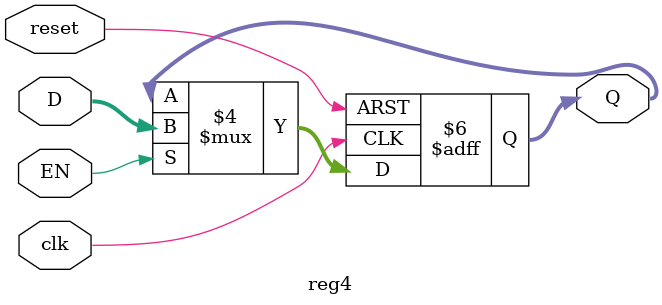
<source format=sv>
module reg4(D,clk,reset,Q,EN);
    input [3:0] D; // Data input 
    input clk, EN, reset; // clock input 
    output reg [3:0] Q; // output Q 
    always @(posedge clk or negedge reset) 
    begin
        if(reset == 1'b0)
        Q <= 0; 
        else if (EN == 1)
        Q <= D; 
    end 
endmodule 
</source>
